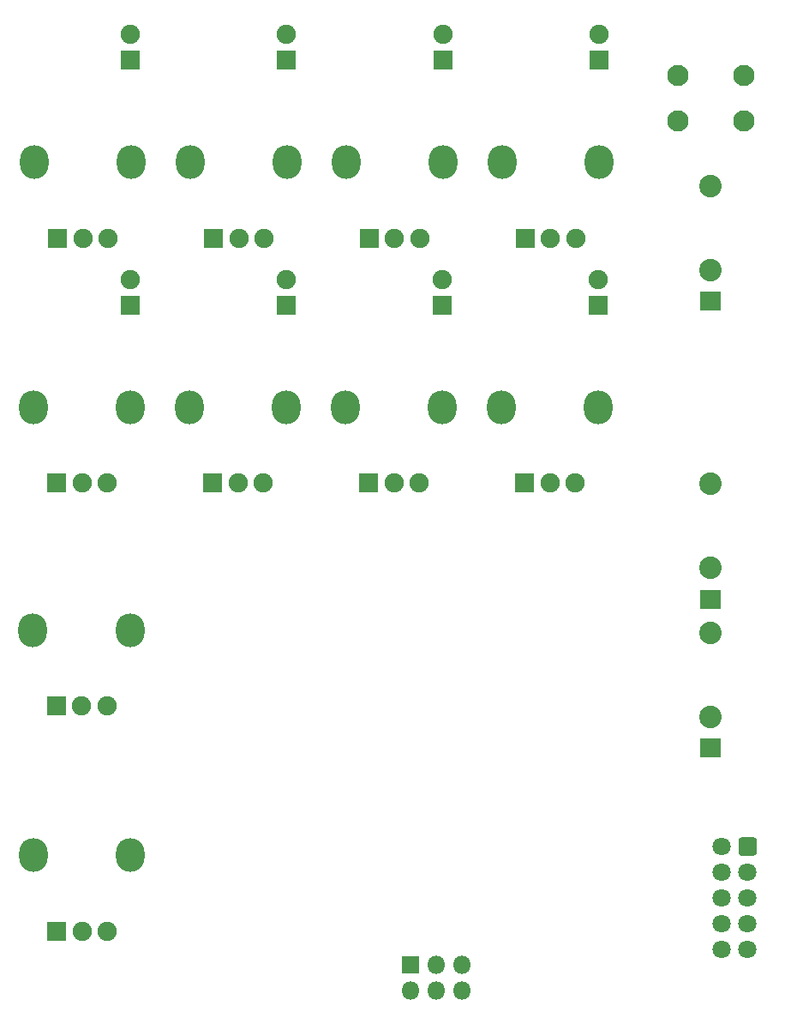
<source format=gbr>
%TF.GenerationSoftware,KiCad,Pcbnew,(5.1.6-0)*%
%TF.CreationDate,2020-12-21T20:53:18-08:00*%
%TF.ProjectId,circuit_board,63697263-7569-4745-9f62-6f6172642e6b,rev?*%
%TF.SameCoordinates,Original*%
%TF.FileFunction,Soldermask,Top*%
%TF.FilePolarity,Negative*%
%FSLAX46Y46*%
G04 Gerber Fmt 4.6, Leading zero omitted, Abs format (unit mm)*
G04 Created by KiCad (PCBNEW (5.1.6-0)) date 2020-12-21 20:53:18*
%MOMM*%
%LPD*%
G01*
G04 APERTURE LIST*
%ADD10R,1.900000X1.900000*%
%ADD11C,1.900000*%
%ADD12C,1.800000*%
%ADD13C,2.230000*%
%ADD14R,2.030000X1.930000*%
%ADD15O,2.820000X3.340000*%
%ADD16C,2.100000*%
%ADD17R,1.800000X1.800000*%
%ADD18O,1.800000X1.800000*%
G04 APERTURE END LIST*
D10*
%TO.C,D3*%
X131184640Y-40170120D03*
D11*
X131184640Y-37630120D03*
%TD*%
%TO.C,D4*%
X131178760Y-61872800D03*
D10*
X131178760Y-64412800D03*
%TD*%
D11*
%TO.C,D5*%
X146617973Y-37630120D03*
D10*
X146617973Y-40170120D03*
%TD*%
%TO.C,D6*%
X146588760Y-64412800D03*
D11*
X146588760Y-61872800D03*
%TD*%
%TO.C,D7*%
X162051306Y-37630120D03*
D10*
X162051306Y-40170120D03*
%TD*%
D11*
%TO.C,D8*%
X161998760Y-61872800D03*
D10*
X161998760Y-64412800D03*
%TD*%
%TO.C,D9*%
X177484640Y-40170120D03*
D11*
X177484640Y-37630120D03*
%TD*%
D10*
%TO.C,D10*%
X177408760Y-64412800D03*
D11*
X177408760Y-61872800D03*
%TD*%
%TO.C,J2*%
G36*
G01*
X193081480Y-117190226D02*
X193081480Y-118460814D01*
G75*
G02*
X192816774Y-118725520I-264706J0D01*
G01*
X191546186Y-118725520D01*
G75*
G02*
X191281480Y-118460814I0J264706D01*
G01*
X191281480Y-117190226D01*
G75*
G02*
X191546186Y-116925520I264706J0D01*
G01*
X192816774Y-116925520D01*
G75*
G02*
X193081480Y-117190226I0J-264706D01*
G01*
G37*
D12*
X192181480Y-120365520D03*
X192181480Y-122905520D03*
X192181480Y-125445520D03*
X192181480Y-127985520D03*
X189641480Y-117825520D03*
X189641480Y-120365520D03*
X189641480Y-122905520D03*
X189641480Y-125445520D03*
X189641480Y-127985520D03*
%TD*%
D13*
%TO.C,J4*%
X188488320Y-60902920D03*
D14*
X188488320Y-64002920D03*
D13*
X188488320Y-52602920D03*
%TD*%
%TO.C,J5*%
X188488320Y-81999186D03*
D14*
X188488320Y-93399186D03*
D13*
X188488320Y-90299186D03*
%TD*%
%TO.C,J6*%
X188488320Y-104997320D03*
D14*
X188488320Y-108097320D03*
D13*
X188488320Y-96697320D03*
%TD*%
D15*
%TO.C,RV1*%
X121618760Y-74442800D03*
X131218760Y-74442800D03*
D11*
X128918760Y-81942800D03*
X126418760Y-81942800D03*
D10*
X123918760Y-81942800D03*
%TD*%
D15*
%TO.C,RV2*%
X121694640Y-50260120D03*
X131294640Y-50260120D03*
D11*
X128994640Y-57760120D03*
X126494640Y-57760120D03*
D10*
X123994640Y-57760120D03*
%TD*%
%TO.C,RV3*%
X139397973Y-57760120D03*
D11*
X141897973Y-57760120D03*
X144397973Y-57760120D03*
D15*
X146697973Y-50260120D03*
X137097973Y-50260120D03*
%TD*%
D10*
%TO.C,RV4*%
X139322093Y-81942800D03*
D11*
X141822093Y-81942800D03*
X144322093Y-81942800D03*
D15*
X146622093Y-74442800D03*
X137022093Y-74442800D03*
%TD*%
%TO.C,RV5*%
X152501306Y-50260120D03*
X162101306Y-50260120D03*
D11*
X159801306Y-57760120D03*
X157301306Y-57760120D03*
D10*
X154801306Y-57760120D03*
%TD*%
D15*
%TO.C,RV6*%
X152425426Y-74442800D03*
X162025426Y-74442800D03*
D11*
X159725426Y-81942800D03*
X157225426Y-81942800D03*
D10*
X154725426Y-81942800D03*
%TD*%
%TO.C,RV7*%
X170204640Y-57760120D03*
D11*
X172704640Y-57760120D03*
X175204640Y-57760120D03*
D15*
X177504640Y-50260120D03*
X167904640Y-50260120D03*
%TD*%
%TO.C,RV8*%
X167828760Y-74442800D03*
X177428760Y-74442800D03*
D11*
X175128760Y-81942800D03*
X172628760Y-81942800D03*
D10*
X170128760Y-81942800D03*
%TD*%
%TO.C,RV9*%
X123901200Y-126161800D03*
D11*
X126401200Y-126161800D03*
X128901200Y-126161800D03*
D15*
X131201200Y-118661800D03*
X121601200Y-118661800D03*
%TD*%
D10*
%TO.C,RV10*%
X123870720Y-103972360D03*
D11*
X126370720Y-103972360D03*
X128870720Y-103972360D03*
D15*
X131170720Y-96472360D03*
X121570720Y-96472360D03*
%TD*%
D16*
%TO.C,SW1*%
X191782840Y-41691560D03*
X191782840Y-46191560D03*
X185282840Y-41691560D03*
X185282840Y-46191560D03*
%TD*%
D17*
%TO.C,J1*%
X158907480Y-129499360D03*
D18*
X158907480Y-132039360D03*
X161447480Y-129499360D03*
X161447480Y-132039360D03*
X163987480Y-129499360D03*
X163987480Y-132039360D03*
%TD*%
M02*

</source>
